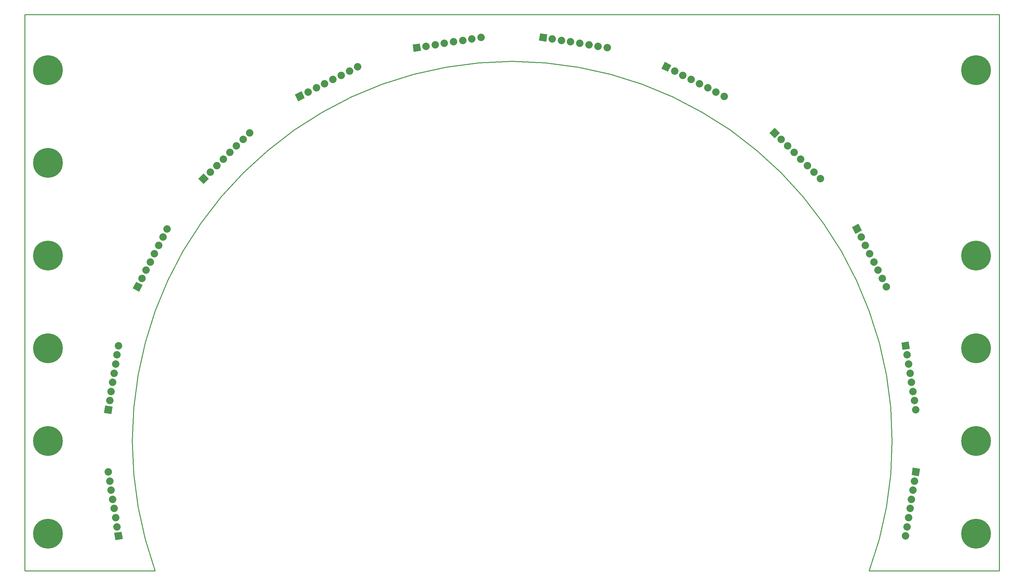
<source format=gbs>
G04 (created by PCBNEW-RS274X (2010-03-14)-final) date Tue 08 Feb 2011 05:29:44 PM PST*
G01*
G70*
G90*
%MOIN*%
G04 Gerber Fmt 3.4, Leading zero omitted, Abs format*
%FSLAX34Y34*%
G04 APERTURE LIST*
%ADD10C,0.006000*%
%ADD11C,0.009000*%
%ADD12C,0.320000*%
%ADD13C,0.080000*%
G04 APERTURE END LIST*
G54D10*
G54D11*
X110500Y-68000D02*
X96474Y-68000D01*
X05500Y-68000D02*
X19526Y-68000D01*
X96472Y-68002D02*
X97546Y-64596D01*
X98319Y-61109D01*
X98786Y-57568D01*
X98942Y-54000D01*
X98786Y-50432D01*
X98319Y-46891D01*
X97546Y-43404D01*
X96472Y-39998D01*
X95106Y-36698D01*
X93456Y-33529D01*
X91537Y-30517D01*
X89363Y-27683D01*
X86950Y-25050D01*
X84317Y-22637D01*
X81483Y-20463D01*
X78471Y-18544D01*
X75302Y-16894D01*
X72002Y-15528D01*
X68596Y-14454D01*
X65109Y-13681D01*
X61568Y-13214D01*
X58000Y-13058D01*
X54432Y-13214D01*
X50891Y-13681D01*
X47404Y-14454D01*
X43998Y-15528D01*
X40698Y-16894D01*
X37529Y-18544D01*
X34517Y-20463D01*
X31683Y-22637D01*
X29050Y-25050D01*
X26637Y-27683D01*
X24463Y-30517D01*
X22544Y-33529D01*
X20894Y-36698D01*
X19528Y-39998D01*
X18454Y-43404D01*
X17681Y-46891D01*
X17214Y-50432D01*
X17058Y-54000D01*
X17214Y-57568D01*
X17681Y-61109D01*
X18454Y-64596D01*
X19528Y-68002D01*
X110500Y-08000D02*
X110500Y-68000D01*
X05500Y-08000D02*
X110500Y-08000D01*
X05500Y-68000D02*
X05500Y-08000D01*
G54D12*
X108000Y-14000D03*
X108000Y-34000D03*
X108000Y-44000D03*
X108000Y-54000D03*
X108000Y-64000D03*
X08000Y-34000D03*
X08000Y-14000D03*
X08000Y-44000D03*
X08000Y-24000D03*
X08000Y-54000D03*
X08000Y-64000D03*
G54D10*
G36*
X16049Y-64594D02*
X15258Y-64719D01*
X15133Y-63928D01*
X15924Y-63803D01*
X16049Y-64594D01*
X16049Y-64594D01*
G37*
G54D13*
X15434Y-63273D03*
X15278Y-62286D03*
X15121Y-61298D03*
X14965Y-60310D03*
X14808Y-59322D03*
X14652Y-58335D03*
X14495Y-57347D03*
G54D10*
G36*
X14828Y-51111D02*
X14037Y-50986D01*
X14162Y-50195D01*
X14953Y-50320D01*
X14828Y-51111D01*
X14828Y-51111D01*
G37*
G54D13*
X14652Y-49665D03*
X14808Y-48678D03*
X14965Y-47690D03*
X15121Y-46702D03*
X15278Y-45714D03*
X15434Y-44727D03*
X15591Y-43739D03*
G54D10*
G36*
X17834Y-37912D02*
X17121Y-37549D01*
X17484Y-36836D01*
X18197Y-37199D01*
X17834Y-37912D01*
X17834Y-37912D01*
G37*
G54D13*
X18113Y-36483D03*
X18567Y-35592D03*
X19021Y-34701D03*
X19475Y-33809D03*
X19929Y-32918D03*
X20383Y-32027D03*
X20837Y-31136D03*
G54D10*
G36*
X24771Y-26287D02*
X24205Y-25721D01*
X24771Y-25155D01*
X25337Y-25721D01*
X24771Y-26287D01*
X24771Y-26287D01*
G37*
G54D13*
X25478Y-25014D03*
X26185Y-24307D03*
X26892Y-23600D03*
X27600Y-22892D03*
X28307Y-22185D03*
X29014Y-21478D03*
X29721Y-20771D03*
G54D10*
G36*
X34961Y-17375D02*
X34598Y-16662D01*
X35311Y-16299D01*
X35674Y-17012D01*
X34961Y-17375D01*
X34961Y-17375D01*
G37*
G54D13*
X36027Y-16383D03*
X36918Y-15929D03*
X37809Y-15475D03*
X38701Y-15021D03*
X39592Y-14567D03*
X40483Y-14113D03*
X41374Y-13659D03*
G54D10*
G36*
X47406Y-12049D02*
X47281Y-11258D01*
X48072Y-11133D01*
X48197Y-11924D01*
X47406Y-12049D01*
X47406Y-12049D01*
G37*
G54D13*
X48727Y-11434D03*
X49714Y-11278D03*
X50702Y-11121D03*
X51690Y-10965D03*
X52678Y-10808D03*
X53665Y-10652D03*
X54653Y-10495D03*
G54D10*
G36*
X60889Y-10828D02*
X61014Y-10037D01*
X61805Y-10162D01*
X61680Y-10953D01*
X60889Y-10828D01*
X60889Y-10828D01*
G37*
G54D13*
X62335Y-10652D03*
X63322Y-10808D03*
X64310Y-10965D03*
X65298Y-11121D03*
X66286Y-11278D03*
X67273Y-11434D03*
X68261Y-11591D03*
G54D10*
G36*
X74088Y-13834D02*
X74451Y-13121D01*
X75164Y-13484D01*
X74801Y-14197D01*
X74088Y-13834D01*
X74088Y-13834D01*
G37*
G54D13*
X75517Y-14113D03*
X76408Y-14567D03*
X77299Y-15021D03*
X78191Y-15475D03*
X79082Y-15929D03*
X79973Y-16383D03*
X80864Y-16837D03*
G54D10*
G36*
X85713Y-20771D02*
X86279Y-20205D01*
X86845Y-20771D01*
X86279Y-21337D01*
X85713Y-20771D01*
X85713Y-20771D01*
G37*
G54D13*
X86986Y-21478D03*
X87693Y-22185D03*
X88400Y-22892D03*
X89108Y-23600D03*
X89815Y-24307D03*
X90522Y-25014D03*
X91229Y-25721D03*
G54D10*
G36*
X94625Y-30961D02*
X95338Y-30598D01*
X95701Y-31311D01*
X94988Y-31674D01*
X94625Y-30961D01*
X94625Y-30961D01*
G37*
G54D13*
X95617Y-32027D03*
X96071Y-32918D03*
X96525Y-33809D03*
X96979Y-34701D03*
X97433Y-35592D03*
X97887Y-36483D03*
X98341Y-37374D03*
G54D10*
G36*
X99951Y-43406D02*
X100742Y-43281D01*
X100867Y-44072D01*
X100076Y-44197D01*
X99951Y-43406D01*
X99951Y-43406D01*
G37*
G54D13*
X100566Y-44727D03*
X100722Y-45714D03*
X100879Y-46702D03*
X101035Y-47690D03*
X101192Y-48678D03*
X101348Y-49665D03*
X101505Y-50653D03*
G54D10*
G36*
X101172Y-56889D02*
X101963Y-57014D01*
X101838Y-57805D01*
X101047Y-57680D01*
X101172Y-56889D01*
X101172Y-56889D01*
G37*
G54D13*
X101348Y-58335D03*
X101192Y-59322D03*
X101035Y-60310D03*
X100879Y-61298D03*
X100722Y-62286D03*
X100566Y-63273D03*
X100409Y-64261D03*
M02*

</source>
